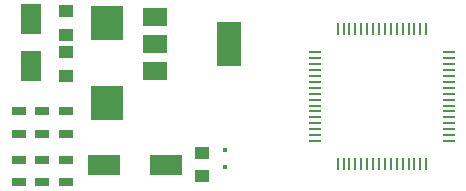
<source format=gbr>
%TF.GenerationSoftware,KiCad,Pcbnew,4.0.7-e2-6376~58~ubuntu16.04.1*%
%TF.CreationDate,2017-12-06T16:05:08+02:00*%
%TF.ProjectId,ecu_emu,6563755F656D752E6B696361645F7063,rev?*%
%TF.FileFunction,Paste,Top*%
%FSLAX46Y46*%
G04 Gerber Fmt 4.6, Leading zero omitted, Abs format (unit mm)*
G04 Created by KiCad (PCBNEW 4.0.7-e2-6376~58~ubuntu16.04.1) date Wed Dec  6 16:05:08 2017*
%MOMM*%
%LPD*%
G01*
G04 APERTURE LIST*
%ADD10C,0.100000*%
%ADD11R,1.250000X1.000000*%
%ADD12R,1.800000X2.500000*%
%ADD13R,0.350000X0.350000*%
%ADD14R,1.300000X0.700000*%
%ADD15R,2.000000X3.800000*%
%ADD16R,2.000000X1.500000*%
%ADD17R,1.000000X0.250000*%
%ADD18R,0.250000X1.000000*%
%ADD19R,2.700000X2.950000*%
%ADD20R,2.750000X1.800000*%
G04 APERTURE END LIST*
D10*
D11*
X41500000Y-24000000D03*
X41500000Y-22000000D03*
X41500000Y-25500000D03*
X41500000Y-27500000D03*
X53000000Y-34000000D03*
X53000000Y-36000000D03*
D12*
X38500000Y-26653000D03*
X38500000Y-22653000D03*
D13*
X55000000Y-33775000D03*
X55000000Y-35225000D03*
D14*
X41500000Y-32400000D03*
X41500000Y-30500000D03*
X37500000Y-32400000D03*
X37500000Y-30500000D03*
X39500000Y-32400000D03*
X39500000Y-30500000D03*
X41500000Y-36500000D03*
X41500000Y-34600000D03*
X37500000Y-36500000D03*
X37500000Y-34600000D03*
X39500000Y-36500000D03*
X39500000Y-34600000D03*
D15*
X55300000Y-24800000D03*
D16*
X49000000Y-24800000D03*
X49000000Y-27100000D03*
X49000000Y-22500000D03*
D17*
X62550000Y-25500000D03*
X62550000Y-26000000D03*
X62550000Y-26500000D03*
X62550000Y-27000000D03*
X62550000Y-27500000D03*
X62550000Y-28000000D03*
X62550000Y-28500000D03*
X62550000Y-29000000D03*
X62550000Y-29500000D03*
X62550000Y-30000000D03*
X62550000Y-30500000D03*
X62550000Y-31000000D03*
X62550000Y-31500000D03*
X62550000Y-32000000D03*
X62550000Y-32500000D03*
X62550000Y-33000000D03*
D18*
X64500000Y-34950000D03*
X65000000Y-34950000D03*
X65500000Y-34950000D03*
X66000000Y-34950000D03*
X66500000Y-34950000D03*
X67000000Y-34950000D03*
X67500000Y-34950000D03*
X68000000Y-34950000D03*
X68500000Y-34950000D03*
X69000000Y-34950000D03*
X69500000Y-34950000D03*
X70000000Y-34950000D03*
X70500000Y-34950000D03*
X71000000Y-34950000D03*
X71500000Y-34950000D03*
X72000000Y-34950000D03*
D17*
X73950000Y-33000000D03*
X73950000Y-32500000D03*
X73950000Y-32000000D03*
X73950000Y-31500000D03*
X73950000Y-31000000D03*
X73950000Y-30500000D03*
X73950000Y-30000000D03*
X73950000Y-29500000D03*
X73950000Y-29000000D03*
X73950000Y-28500000D03*
X73950000Y-28000000D03*
X73950000Y-27500000D03*
X73950000Y-27000000D03*
X73950000Y-26500000D03*
X73950000Y-26000000D03*
X73950000Y-25500000D03*
D18*
X72000000Y-23550000D03*
X71500000Y-23550000D03*
X71000000Y-23550000D03*
X70500000Y-23550000D03*
X70000000Y-23550000D03*
X69500000Y-23550000D03*
X69000000Y-23550000D03*
X68500000Y-23550000D03*
X68000000Y-23550000D03*
X67500000Y-23550000D03*
X67000000Y-23550000D03*
X66500000Y-23550000D03*
X66000000Y-23550000D03*
X65500000Y-23550000D03*
X65000000Y-23550000D03*
X64500000Y-23550000D03*
D19*
X45000000Y-29750000D03*
X45000000Y-23000000D03*
D20*
X50000000Y-35000000D03*
X44750000Y-35000000D03*
M02*

</source>
